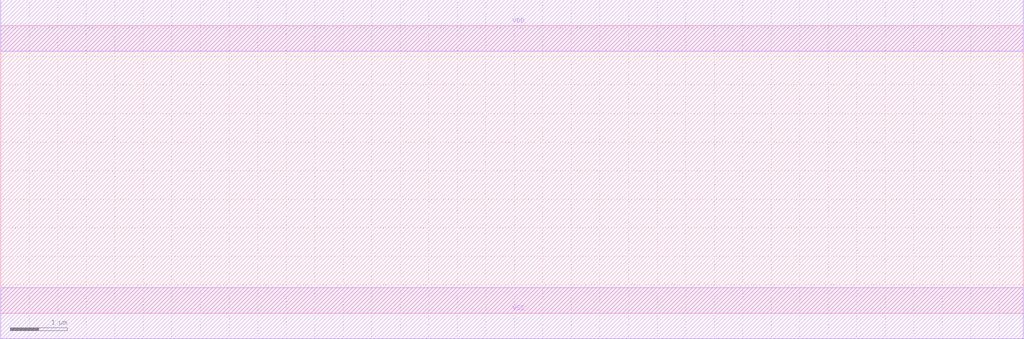
<source format=lef>
# Copyright 2022 GlobalFoundries PDK Authors
#
# Licensed under the Apache License, Version 2.0 (the "License");
# you may not use this file except in compliance with the License.
# You may obtain a copy of the License at
#
#      http://www.apache.org/licenses/LICENSE-2.0
#
# Unless required by applicable law or agreed to in writing, software
# distributed under the License is distributed on an "AS IS" BASIS,
# WITHOUT WARRANTIES OR CONDITIONS OF ANY KIND, either express or implied.
# See the License for the specific language governing permissions and
# limitations under the License.

MACRO gf180mcu_fd_sc_mcu9t5v0__fill_32
  CLASS core SPACER ;
  FOREIGN gf180mcu_fd_sc_mcu9t5v0__fill_32 0.0 0.0 ;
  ORIGIN 0 0 ;
  SYMMETRY X Y ;
  SITE GF018hv5v_green_sc9 ;
  SIZE 17.92 BY 5.04 ;
  PIN VDD
    DIRECTION INOUT ;
    USE power ;
    SHAPE ABUTMENT ;
    PORT
      LAYER Metal1 ;
        POLYGON 0 4.59 17.92 4.59 17.92 5.49 0 5.49  ;
    END
  END VDD
  PIN VSS
    DIRECTION INOUT ;
    USE ground ;
    SHAPE ABUTMENT ;
    PORT
      LAYER Metal1 ;
        POLYGON 0 -0.45 17.92 -0.45 17.92 0.45 0 0.45  ;
    END
  END VSS
END gf180mcu_fd_sc_mcu9t5v0__fill_32

</source>
